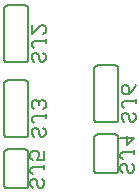
<source format=gbo>
G75*
%MOIN*%
%OFA0B0*%
%FSLAX24Y24*%
%IPPOS*%
%LPD*%
%AMOC8*
5,1,8,0,0,1.08239X$1,22.5*
%
%ADD10C,0.0060*%
%ADD11C,0.0050*%
D10*
X029463Y015130D02*
X029463Y016230D01*
X029465Y016247D01*
X029469Y016264D01*
X029476Y016280D01*
X029486Y016294D01*
X029499Y016307D01*
X029513Y016317D01*
X029529Y016324D01*
X029546Y016328D01*
X029563Y016330D01*
X030163Y016330D01*
X030180Y016328D01*
X030197Y016324D01*
X030213Y016317D01*
X030227Y016307D01*
X030240Y016294D01*
X030250Y016280D01*
X030257Y016264D01*
X030261Y016247D01*
X030263Y016230D01*
X030263Y015130D01*
X030261Y015113D01*
X030257Y015096D01*
X030250Y015080D01*
X030240Y015066D01*
X030227Y015053D01*
X030213Y015043D01*
X030197Y015036D01*
X030180Y015032D01*
X030163Y015030D01*
X029563Y015030D01*
X029546Y015032D01*
X029529Y015036D01*
X029513Y015043D01*
X029499Y015053D01*
X029486Y015066D01*
X029476Y015080D01*
X029469Y015096D01*
X029465Y015113D01*
X029463Y015130D01*
X029563Y016730D02*
X030163Y016730D01*
X030180Y016732D01*
X030197Y016736D01*
X030213Y016743D01*
X030227Y016753D01*
X030240Y016766D01*
X030250Y016780D01*
X030257Y016796D01*
X030261Y016813D01*
X030263Y016830D01*
X030263Y018530D01*
X030261Y018547D01*
X030257Y018564D01*
X030250Y018580D01*
X030240Y018594D01*
X030227Y018607D01*
X030213Y018617D01*
X030197Y018624D01*
X030180Y018628D01*
X030163Y018630D01*
X029563Y018630D01*
X029546Y018628D01*
X029529Y018624D01*
X029513Y018617D01*
X029499Y018607D01*
X029486Y018594D01*
X029476Y018580D01*
X029469Y018564D01*
X029465Y018547D01*
X029463Y018530D01*
X029463Y016830D01*
X029465Y016813D01*
X029469Y016796D01*
X029476Y016780D01*
X029486Y016766D01*
X029499Y016753D01*
X029513Y016743D01*
X029529Y016736D01*
X029546Y016732D01*
X029563Y016730D01*
X029563Y019230D02*
X030163Y019230D01*
X030180Y019232D01*
X030197Y019236D01*
X030213Y019243D01*
X030227Y019253D01*
X030240Y019266D01*
X030250Y019280D01*
X030257Y019296D01*
X030261Y019313D01*
X030263Y019330D01*
X030263Y021030D01*
X030261Y021047D01*
X030257Y021064D01*
X030250Y021080D01*
X030240Y021094D01*
X030227Y021107D01*
X030213Y021117D01*
X030197Y021124D01*
X030180Y021128D01*
X030163Y021130D01*
X029563Y021130D01*
X029546Y021128D01*
X029529Y021124D01*
X029513Y021117D01*
X029499Y021107D01*
X029486Y021094D01*
X029476Y021080D01*
X029469Y021064D01*
X029465Y021047D01*
X029463Y021030D01*
X029463Y019330D01*
X029465Y019313D01*
X029469Y019296D01*
X029476Y019280D01*
X029486Y019266D01*
X029499Y019253D01*
X029513Y019243D01*
X029529Y019236D01*
X029546Y019232D01*
X029563Y019230D01*
X032463Y019030D02*
X032463Y017330D01*
X032465Y017313D01*
X032469Y017296D01*
X032476Y017280D01*
X032486Y017266D01*
X032499Y017253D01*
X032513Y017243D01*
X032529Y017236D01*
X032546Y017232D01*
X032563Y017230D01*
X033163Y017230D01*
X033180Y017232D01*
X033197Y017236D01*
X033213Y017243D01*
X033227Y017253D01*
X033240Y017266D01*
X033250Y017280D01*
X033257Y017296D01*
X033261Y017313D01*
X033263Y017330D01*
X033263Y019030D01*
X033261Y019047D01*
X033257Y019064D01*
X033250Y019080D01*
X033240Y019094D01*
X033227Y019107D01*
X033213Y019117D01*
X033197Y019124D01*
X033180Y019128D01*
X033163Y019130D01*
X032563Y019130D01*
X032546Y019128D01*
X032529Y019124D01*
X032513Y019117D01*
X032499Y019107D01*
X032486Y019094D01*
X032476Y019080D01*
X032469Y019064D01*
X032465Y019047D01*
X032463Y019030D01*
X032563Y016830D02*
X033163Y016830D01*
X033180Y016828D01*
X033197Y016824D01*
X033213Y016817D01*
X033227Y016807D01*
X033240Y016794D01*
X033250Y016780D01*
X033257Y016764D01*
X033261Y016747D01*
X033263Y016730D01*
X033263Y015630D01*
X033261Y015613D01*
X033257Y015596D01*
X033250Y015580D01*
X033240Y015566D01*
X033227Y015553D01*
X033213Y015543D01*
X033197Y015536D01*
X033180Y015532D01*
X033163Y015530D01*
X032563Y015530D01*
X032546Y015532D01*
X032529Y015536D01*
X032513Y015543D01*
X032499Y015553D01*
X032486Y015566D01*
X032476Y015580D01*
X032469Y015596D01*
X032465Y015613D01*
X032463Y015630D01*
X032463Y016730D01*
X032465Y016747D01*
X032469Y016764D01*
X032476Y016780D01*
X032486Y016794D01*
X032499Y016807D01*
X032513Y016817D01*
X032529Y016824D01*
X032546Y016828D01*
X032563Y016830D01*
D11*
X033338Y016701D02*
X033789Y016701D01*
X033563Y016476D01*
X033563Y016776D01*
X033789Y016316D02*
X033789Y016166D01*
X033789Y016241D02*
X033413Y016241D01*
X033338Y016166D01*
X033338Y016090D01*
X033413Y016015D01*
X033413Y015855D02*
X033338Y015780D01*
X033338Y015630D01*
X033413Y015555D01*
X033563Y015630D02*
X033563Y015780D01*
X033488Y015855D01*
X033413Y015855D01*
X033563Y015630D02*
X033638Y015555D01*
X033714Y015555D01*
X033789Y015630D01*
X033789Y015780D01*
X033714Y015855D01*
X033688Y017255D02*
X033613Y017330D01*
X033613Y017480D01*
X033538Y017555D01*
X033463Y017555D01*
X033388Y017480D01*
X033388Y017330D01*
X033463Y017255D01*
X033688Y017255D02*
X033764Y017255D01*
X033839Y017330D01*
X033839Y017480D01*
X033764Y017555D01*
X033839Y017866D02*
X033839Y018016D01*
X033839Y017941D02*
X033463Y017941D01*
X033388Y017866D01*
X033388Y017790D01*
X033463Y017715D01*
X033463Y018176D02*
X033388Y018251D01*
X033388Y018401D01*
X033463Y018476D01*
X033538Y018476D01*
X033613Y018401D01*
X033613Y018176D01*
X033463Y018176D01*
X033613Y018176D02*
X033764Y018326D01*
X033839Y018476D01*
X030839Y017901D02*
X030839Y017751D01*
X030764Y017676D01*
X030839Y017516D02*
X030839Y017366D01*
X030839Y017441D02*
X030463Y017441D01*
X030388Y017366D01*
X030388Y017290D01*
X030463Y017215D01*
X030463Y017055D02*
X030388Y016980D01*
X030388Y016830D01*
X030463Y016755D01*
X030613Y016830D02*
X030613Y016980D01*
X030538Y017055D01*
X030463Y017055D01*
X030613Y016830D02*
X030688Y016755D01*
X030764Y016755D01*
X030839Y016830D01*
X030839Y016980D01*
X030764Y017055D01*
X030463Y017676D02*
X030388Y017751D01*
X030388Y017901D01*
X030463Y017976D01*
X030538Y017976D01*
X030613Y017901D01*
X030613Y017826D01*
X030613Y017901D02*
X030688Y017976D01*
X030764Y017976D01*
X030839Y017901D01*
X030764Y019255D02*
X030688Y019255D01*
X030613Y019330D01*
X030613Y019480D01*
X030538Y019555D01*
X030463Y019555D01*
X030388Y019480D01*
X030388Y019330D01*
X030463Y019255D01*
X030764Y019255D02*
X030839Y019330D01*
X030839Y019480D01*
X030764Y019555D01*
X030839Y019866D02*
X030839Y020016D01*
X030839Y019941D02*
X030463Y019941D01*
X030388Y019866D01*
X030388Y019790D01*
X030463Y019715D01*
X030388Y020176D02*
X030688Y020476D01*
X030764Y020476D01*
X030839Y020401D01*
X030839Y020251D01*
X030764Y020176D01*
X030388Y020176D02*
X030388Y020476D01*
X030413Y016276D02*
X030338Y016201D01*
X030338Y016051D01*
X030413Y015976D01*
X030563Y015976D02*
X030638Y016126D01*
X030638Y016201D01*
X030563Y016276D01*
X030413Y016276D01*
X030563Y015976D02*
X030789Y015976D01*
X030789Y016276D01*
X030789Y015816D02*
X030789Y015666D01*
X030789Y015741D02*
X030413Y015741D01*
X030338Y015666D01*
X030338Y015590D01*
X030413Y015515D01*
X030413Y015355D02*
X030338Y015280D01*
X030338Y015130D01*
X030413Y015055D01*
X030563Y015130D02*
X030638Y015055D01*
X030714Y015055D01*
X030789Y015130D01*
X030789Y015280D01*
X030714Y015355D01*
X030563Y015280D02*
X030488Y015355D01*
X030413Y015355D01*
X030563Y015280D02*
X030563Y015130D01*
M02*

</source>
